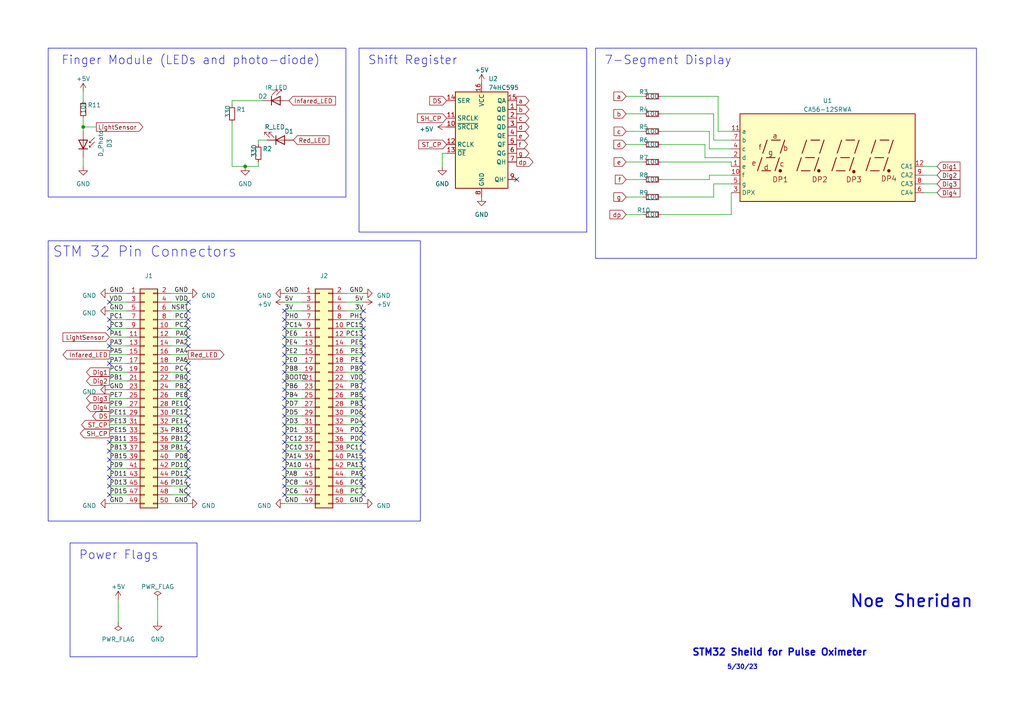
<source format=kicad_sch>
(kicad_sch (version 20230121) (generator eeschema)
  (paper "A4")
  (lib_symbols
    (symbol "74xx:74HC595"
      (property "Reference" "U" (at -7.62 13.97 0))
      (property "Value" "74HC595" (at -7.62 -16.51 0))
      (symbol "74HC595_1_0"
        (pin tri_state line (at 10.16 7.62 180) (length 2.54) (name "QB") (number "1"))
        (pin input line (at -10.16 2.54 0) (length 2.54) (name "~{SRCLR}") (number "10"))
        (pin input line (at -10.16 5.08 0) (length 2.54) (name "SRCLK") (number "11"))
        (pin input line (at -10.16 -2.54 0) (length 2.54) (name "RCLK") (number "12"))
        (pin input line (at -10.16 -5.08 0) (length 2.54) (name "~{OE}") (number "13"))
        (pin input line (at -10.16 10.16 0) (length 2.54) (name "SER") (number "14"))
        (pin tri_state line (at 10.16 10.16 180) (length 2.54) (name "QA") (number "15"))
        (pin power_in line (at 0 15.24 270) (length 2.54) (name "VCC") (number "16"))
        (pin tri_state line (at 10.16 5.08 180) (length 2.54) (name "QC") (number "2"))
        (pin tri_state line (at 10.16 2.54 180) (length 2.54) (name "QD") (number "3"))
        (pin tri_state line (at 10.16 0 180) (length 2.54) (name "QE") (number "4"))
        (pin tri_state line (at 10.16 -2.54 180) (length 2.54) (name "QF") (number "5"))
        (pin tri_state line (at 10.16 -5.08 180) (length 2.54) (name "QG") (number "6"))
        (pin tri_state line (at 10.16 -7.62 180) (length 2.54) (name "QH") (number "7"))
        (pin power_in line (at 0 -17.78 90) (length 2.54) (name "GND") (number "8"))
        (pin output line (at 10.16 -12.7 180) (length 2.54) (name "QH'") (number "9"))
      )
      (symbol "74HC595_1_1"
        (rectangle (start -7.62 12.7) (end 7.62 -15.24) (stroke (width 0.254)) (fill (type background)))
      )
    )
    (symbol "Connector_Generic:Conn_02x25_Odd_Even" (pin_names (offset 1.016) hide)
      (property "Reference" "J" (at 1.27 33.02 0))
      (property "Value" "Conn_02x25_Odd_Even" (at 1.27 -33.02 0))
      (symbol "Conn_02x25_Odd_Even_1_1"
        (rectangle (start -1.27 -30.353) (end 0 -30.607) (stroke (width 0.1524)))
        (rectangle (start -1.27 -27.813) (end 0 -28.067) (stroke (width 0.1524)))
        (rectangle (start -1.27 -25.273) (end 0 -25.527) (stroke (width 0.1524)))
        (rectangle (start -1.27 -22.733) (end 0 -22.987) (stroke (width 0.1524)))
        (rectangle (start -1.27 -20.193) (end 0 -20.447) (stroke (width 0.1524)))
        (rectangle (start -1.27 -17.653) (end 0 -17.907) (stroke (width 0.1524)))
        (rectangle (start -1.27 -15.113) (end 0 -15.367) (stroke (width 0.1524)))
        (rectangle (start -1.27 -12.573) (end 0 -12.827) (stroke (width 0.1524)))
        (rectangle (start -1.27 -10.033) (end 0 -10.287) (stroke (width 0.1524)))
        (rectangle (start -1.27 -7.493) (end 0 -7.747) (stroke (width 0.1524)))
        (rectangle (start -1.27 -4.953) (end 0 -5.207) (stroke (width 0.1524)))
        (rectangle (start -1.27 -2.413) (end 0 -2.667) (stroke (width 0.1524)))
        (rectangle (start -1.27 0.127) (end 0 -0.127) (stroke (width 0.1524)))
        (rectangle (start -1.27 2.667) (end 0 2.413) (stroke (width 0.1524)))
        (rectangle (start -1.27 5.207) (end 0 4.953) (stroke (width 0.1524)))
        (rectangle (start -1.27 7.747) (end 0 7.493) (stroke (width 0.1524)))
        (rectangle (start -1.27 10.287) (end 0 10.033) (stroke (width 0.1524)))
        (rectangle (start -1.27 12.827) (end 0 12.573) (stroke (width 0.1524)))
        (rectangle (start -1.27 15.367) (end 0 15.113) (stroke (width 0.1524)))
        (rectangle (start -1.27 17.907) (end 0 17.653) (stroke (width 0.1524)))
        (rectangle (start -1.27 20.447) (end 0 20.193) (stroke (width 0.1524)))
        (rectangle (start -1.27 22.987) (end 0 22.733) (stroke (width 0.1524)))
        (rectangle (start -1.27 25.527) (end 0 25.273) (stroke (width 0.1524)))
        (rectangle (start -1.27 28.067) (end 0 27.813) (stroke (width 0.1524)))
        (rectangle (start -1.27 30.607) (end 0 30.353) (stroke (width 0.1524)))
        (rectangle (start -1.27 31.75) (end 3.81 -31.75) (stroke (width 0.254)) (fill (type background)))
        (rectangle (start 3.81 -30.353) (end 2.54 -30.607) (stroke (width 0.1524)))
        (rectangle (start 3.81 -27.813) (end 2.54 -28.067) (stroke (width 0.1524)))
        (rectangle (start 3.81 -25.273) (end 2.54 -25.527) (stroke (width 0.1524)))
        (rectangle (start 3.81 -22.733) (end 2.54 -22.987) (stroke (width 0.1524)))
        (rectangle (start 3.81 -20.193) (end 2.54 -20.447) (stroke (width 0.1524)))
        (rectangle (start 3.81 -17.653) (end 2.54 -17.907) (stroke (width 0.1524)))
        (rectangle (start 3.81 -15.113) (end 2.54 -15.367) (stroke (width 0.1524)))
        (rectangle (start 3.81 -12.573) (end 2.54 -12.827) (stroke (width 0.1524)))
        (rectangle (start 3.81 -10.033) (end 2.54 -10.287) (stroke (width 0.1524)))
        (rectangle (start 3.81 -7.493) (end 2.54 -7.747) (stroke (width 0.1524)))
        (rectangle (start 3.81 -4.953) (end 2.54 -5.207) (stroke (width 0.1524)))
        (rectangle (start 3.81 -2.413) (end 2.54 -2.667) (stroke (width 0.1524)))
        (rectangle (start 3.81 0.127) (end 2.54 -0.127) (stroke (width 0.1524)))
        (rectangle (start 3.81 2.667) (end 2.54 2.413) (stroke (width 0.1524)))
        (rectangle (start 3.81 5.207) (end 2.54 4.953) (stroke (width 0.1524)))
        (rectangle (start 3.81 7.747) (end 2.54 7.493) (stroke (width 0.1524)))
        (rectangle (start 3.81 10.287) (end 2.54 10.033) (stroke (width 0.1524)))
        (rectangle (start 3.81 12.827) (end 2.54 12.573) (stroke (width 0.1524)))
        (rectangle (start 3.81 15.367) (end 2.54 15.113) (stroke (width 0.1524)))
        (rectangle (start 3.81 17.907) (end 2.54 17.653) (stroke (width 0.1524)))
        (rectangle (start 3.81 20.447) (end 2.54 20.193) (stroke (width 0.1524)))
        (rectangle (start 3.81 22.987) (end 2.54 22.733) (stroke (width 0.1524)))
        (rectangle (start 3.81 25.527) (end 2.54 25.273) (stroke (width 0.1524)))
        (rectangle (start 3.81 28.067) (end 2.54 27.813) (stroke (width 0.1524)))
        (rectangle (start 3.81 30.607) (end 2.54 30.353) (stroke (width 0.1524)))
        (pin passive line (at -5.08 30.48 0) (length 3.81) (name "Pin_1") (number "1"))
        (pin passive line (at 7.62 20.32 180) (length 3.81) (name "Pin_10") (number "10"))
        (pin passive line (at -5.08 17.78 0) (length 3.81) (name "Pin_11") (number "11"))
        (pin passive line (at 7.62 17.78 180) (length 3.81) (name "Pin_12") (number "12"))
        (pin passive line (at -5.08 15.24 0) (length 3.81) (name "Pin_13") (number "13"))
        (pin passive line (at 7.62 15.24 180) (length 3.81) (name "Pin_14") (number "14"))
        (pin passive line (at -5.08 12.7 0) (length 3.81) (name "Pin_15") (number "15"))
        (pin passive line (at 7.62 12.7 180) (length 3.81) (name "Pin_16") (number "16"))
        (pin passive line (at -5.08 10.16 0) (length 3.81) (name "Pin_17") (number "17"))
        (pin passive line (at 7.62 10.16 180) (length 3.81) (name "Pin_18") (number "18"))
        (pin passive line (at -5.08 7.62 0) (length 3.81) (name "Pin_19") (number "19"))
        (pin passive line (at 7.62 30.48 180) (length 3.81) (name "Pin_2") (number "2"))
        (pin passive line (at 7.62 7.62 180) (length 3.81) (name "Pin_20") (number "20"))
        (pin passive line (at -5.08 5.08 0) (length 3.81) (name "Pin_21") (number "21"))
        (pin passive line (at 7.62 5.08 180) (length 3.81) (name "Pin_22") (number "22"))
        (pin passive line (at -5.08 2.54 0) (length 3.81) (name "Pin_23") (number "23"))
        (pin passive line (at 7.62 2.54 180) (length 3.81) (name "Pin_24") (number "24"))
        (pin passive line (at -5.08 0 0) (length 3.81) (name "Pin_25") (number "25"))
        (pin passive line (at 7.62 0 180) (length 3.81) (name "Pin_26") (number "26"))
        (pin passive line (at -5.08 -2.54 0) (length 3.81) (name "Pin_27") (number "27"))
        (pin passive line (at 7.62 -2.54 180) (length 3.81) (name "Pin_28") (number "28"))
        (pin passive line (at -5.08 -5.08 0) (length 3.81) (name "Pin_29") (number "29"))
        (pin passive line (at -5.08 27.94 0) (length 3.81) (name "Pin_3") (number "3"))
        (pin passive line (at 7.62 -5.08 180) (length 3.81) (name "Pin_30") (number "30"))
        (pin passive line (at -5.08 -7.62 0) (length 3.81) (name "Pin_31") (number "31"))
        (pin passive line (at 7.62 -7.62 180) (length 3.81) (name "Pin_32") (number "32"))
        (pin passive line (at -5.08 -10.16 0) (length 3.81) (name "Pin_33") (number "33"))
        (pin passive line (at 7.62 -10.16 180) (length 3.81) (name "Pin_34") (number "34"))
        (pin passive line (at -5.08 -12.7 0) (length 3.81) (name "Pin_35") (number "35"))
        (pin passive line (at 7.62 -12.7 180) (length 3.81) (name "Pin_36") (number "36"))
        (pin passive line (at -5.08 -15.24 0) (length 3.81) (name "Pin_37") (number "37"))
        (pin passive line (at 7.62 -15.24 180) (length 3.81) (name "Pin_38") (number "38"))
        (pin passive line (at -5.08 -17.78 0) (length 3.81) (name "Pin_39") (number "39"))
        (pin passive line (at 7.62 27.94 180) (length 3.81) (name "Pin_4") (number "4"))
        (pin passive line (at 7.62 -17.78 180) (length 3.81) (name "Pin_40") (number "40"))
        (pin passive line (at -5.08 -20.32 0) (length 3.81) (name "Pin_41") (number "41"))
        (pin passive line (at 7.62 -20.32 180) (length 3.81) (name "Pin_42") (number "42"))
        (pin passive line (at -5.08 -22.86 0) (length 3.81) (name "Pin_43") (number "43"))
        (pin passive line (at 7.62 -22.86 180) (length 3.81) (name "Pin_44") (number "44"))
        (pin passive line (at -5.08 -25.4 0) (length 3.81) (name "Pin_45") (number "45"))
        (pin passive line (at 7.62 -25.4 180) (length 3.81) (name "Pin_46") (number "46"))
        (pin passive line (at -5.08 -27.94 0) (length 3.81) (name "Pin_47") (number "47"))
        (pin passive line (at 7.62 -27.94 180) (length 3.81) (name "Pin_48") (number "48"))
        (pin passive line (at -5.08 -30.48 0) (length 3.81) (name "Pin_49") (number "49"))
        (pin passive line (at -5.08 25.4 0) (length 3.81) (name "Pin_5") (number "5"))
        (pin passive line (at 7.62 -30.48 180) (length 3.81) (name "Pin_50") (number "50"))
        (pin passive line (at 7.62 25.4 180) (length 3.81) (name "Pin_6") (number "6"))
        (pin passive line (at -5.08 22.86 0) (length 3.81) (name "Pin_7") (number "7"))
        (pin passive line (at 7.62 22.86 180) (length 3.81) (name "Pin_8") (number "8"))
        (pin passive line (at -5.08 20.32 0) (length 3.81) (name "Pin_9") (number "9"))
      )
    )
    (symbol "Device:D_Photo" (pin_numbers hide) (pin_names hide)
      (property "Reference" "D" (at 0.508 1.778 0))
      (property "Value" "D_Photo" (at -1.016 -2.794 0))
      (symbol "D_Photo_0_1"
        (polyline (pts (xy -2.54 1.27) (xy -2.54 -1.27)) (stroke (width 0.254)))
        (polyline (pts (xy -2.032 1.778) (xy -1.524 1.778)))
        (polyline (pts (xy 0 0) (xy -2.54 0)))
        (polyline (pts (xy -0.508 3.302) (xy -2.032 1.778) (xy -2.032 2.286)))
        (polyline (pts (xy 0 -1.27) (xy 0 1.27) (xy -2.54 0) (xy 0 -1.27)) (stroke (width 0.254)))
        (polyline (pts (xy 0.762 3.302) (xy -0.762 1.778) (xy -0.762 2.286) (xy -0.762 1.778) (xy -0.254 1.778)))
      )
      (symbol "D_Photo_1_1"
        (pin passive line (at -5.08 0 0) (length 2.54) (name "K") (number "1"))
        (pin passive line (at 2.54 0 180) (length 2.54) (name "A") (number "2"))
      )
    )
    (symbol "Device:LED" (pin_numbers hide) (pin_names (offset 1.016) hide)
      (property "Reference" "D" (at 0 2.54 0))
      (property "Value" "LED" (at 0 -2.54 0))
      (symbol "LED_0_1"
        (polyline (pts (xy -1.27 -1.27) (xy -1.27 1.27)) (stroke (width 0.254)))
        (polyline (pts (xy -1.27 0) (xy 1.27 0)))
        (polyline (pts (xy 1.27 -1.27) (xy 1.27 1.27) (xy -1.27 0) (xy 1.27 -1.27)) (stroke (width 0.254)))
        (polyline (pts (xy -3.048 -0.762) (xy -4.572 -2.286) (xy -3.81 -2.286) (xy -4.572 -2.286) (xy -4.572 -1.524)))
        (polyline (pts (xy -1.778 -0.762) (xy -3.302 -2.286) (xy -2.54 -2.286) (xy -3.302 -2.286) (xy -3.302 -1.524)))
      )
      (symbol "LED_1_1"
        (pin passive line (at -3.81 0 0) (length 2.54) (name "K") (number "1"))
        (pin passive line (at 3.81 0 180) (length 2.54) (name "A") (number "2"))
      )
    )
    (symbol "Device:R_Small" (pin_numbers hide) (pin_names (offset 0.254) hide)
      (property "Reference" "R" (at 0.762 0.508 0))
      (property "Value" "R_Small" (at 0.762 -1.016 0))
      (symbol "R_Small_0_1"
        (rectangle (start -0.762 1.778) (end 0.762 -1.778) (stroke (width 0.2032)))
      )
      (symbol "R_Small_1_1"
        (pin passive line (at 0 2.54 270) (length 0.762) (name "~") (number "1"))
        (pin passive line (at 0 -2.54 90) (length 0.762) (name "~") (number "2"))
      )
    )
    (symbol "Display_Character:CA56-12SRWA"
      (property "Reference" "U" (at -24.13 13.97 0))
      (property "Value" "CA56-12SRWA" (at 17.78 13.97 0))
      (symbol "CA56-12SRWA_0_0"
        (rectangle (start -25.4 12.7) (end 25.4 -12.7) (stroke (width 0.254)) (fill (type background)))
        (polyline (pts (xy -20.32 -3.81) (xy -19.05 0)) (stroke (width 0.254)))
        (polyline (pts (xy -19.05 -3.81) (xy -16.51 -3.81)) (stroke (width 0.254)))
        (polyline (pts (xy -18.796 1.27) (xy -17.526 5.08)) (stroke (width 0.254)))
        (polyline (pts (xy -17.78 0) (xy -15.24 0)) (stroke (width 0.254)))
        (polyline (pts (xy -16.256 5.08) (xy -13.716 5.08)) (stroke (width 0.254)))
        (polyline (pts (xy -15.24 -3.81) (xy -13.97 0)) (stroke (width 0.254)))
        (polyline (pts (xy -13.716 1.27) (xy -12.446 5.08)) (stroke (width 0.254)))
        (polyline (pts (xy -8.89 -3.81) (xy -7.62 0)) (stroke (width 0.254)))
        (polyline (pts (xy -7.62 -3.81) (xy -5.08 -3.81)) (stroke (width 0.254)))
        (polyline (pts (xy -7.366 1.27) (xy -6.096 5.08)) (stroke (width 0.254)))
        (polyline (pts (xy -6.35 0) (xy -3.81 0)) (stroke (width 0.254)))
        (polyline (pts (xy -4.826 5.08) (xy -2.286 5.08)) (stroke (width 0.254)))
        (polyline (pts (xy -3.81 -3.81) (xy -2.54 0)) (stroke (width 0.254)))
        (polyline (pts (xy -2.286 1.27) (xy -1.016 5.08)) (stroke (width 0.254)))
        (polyline (pts (xy 1.27 -3.81) (xy 2.54 0)) (stroke (width 0.254)))
        (polyline (pts (xy 2.54 -3.81) (xy 5.08 -3.81)) (stroke (width 0.254)))
        (polyline (pts (xy 2.794 1.27) (xy 4.064 5.08)) (stroke (width 0.254)))
        (polyline (pts (xy 3.81 0) (xy 6.35 0)) (stroke (width 0.254)))
        (polyline (pts (xy 5.334 5.08) (xy 7.874 5.08)) (stroke (width 0.254)))
        (polyline (pts (xy 6.35 -3.81) (xy 7.62 0)) (stroke (width 0.254)))
        (polyline (pts (xy 7.874 1.27) (xy 9.144 5.08)) (stroke (width 0.254)))
        (polyline (pts (xy 11.176 -3.81) (xy 12.446 0)) (stroke (width 0.254)))
        (polyline (pts (xy 12.446 -3.81) (xy 14.986 -3.81)) (stroke (width 0.254)))
        (polyline (pts (xy 12.7 1.27) (xy 13.97 5.08)) (stroke (width 0.254)))
        (polyline (pts (xy 13.716 0) (xy 16.256 0)) (stroke (width 0.254)))
        (polyline (pts (xy 15.24 5.08) (xy 17.78 5.08)) (stroke (width 0.254)))
        (polyline (pts (xy 16.256 -3.81) (xy 17.526 0)) (stroke (width 0.254)))
        (polyline (pts (xy 17.78 1.27) (xy 19.05 5.08)) (stroke (width 0.254)))
        (text "a" (at -15.24 6.35 0) (effects (font (size 1.524 1.524))))
        (text "b" (at -12.192 2.794 0) (effects (font (size 1.524 1.524))))
        (text "c" (at -13.208 -1.778 0) (effects (font (size 1.524 1.524))))
        (text "d" (at -17.78 -2.794 0) (effects (font (size 1.524 1.524))))
        (text "DP1" (at -13.716 -6.35 0) (effects (font (size 1.524 1.524))))
        (text "DP2" (at -2.286 -6.35 0) (effects (font (size 1.524 1.524))))
        (text "DP3" (at 7.62 -6.35 0) (effects (font (size 1.524 1.524))))
        (text "DP4" (at 17.78 -6.096 0) (effects (font (size 1.524 1.524))))
        (text "e" (at -21.336 -1.524 0) (effects (font (size 1.524 1.524))))
        (text "f" (at -19.558 3.048 0) (effects (font (size 1.524 1.524))))
        (text "g" (at -16.51 1.524 0) (effects (font (size 1.524 1.524))))
      )
      (symbol "CA56-12SRWA_0_1"
        (circle (center -13.716 -3.81) (radius 0.3556) (stroke (width 0.254)) (fill (type outline)))
        (circle (center -2.54 -3.81) (radius 0.3556) (stroke (width 0.254)) (fill (type outline)))
      )
      (symbol "CA56-12SRWA_1_0"
        (circle (center 7.62 -4.064) (radius 0.3556) (stroke (width 0.254)) (fill (type outline)))
        (circle (center 17.78 -3.81) (radius 0.3556) (stroke (width 0.254)) (fill (type outline)))
      )
      (symbol "CA56-12SRWA_1_1"
        (pin input line (at -27.94 -2.54 0) (length 2.54) (name "e") (number "1"))
        (pin input line (at -27.94 -5.08 0) (length 2.54) (name "f") (number "10"))
        (pin input line (at -27.94 7.62 0) (length 2.54) (name "a") (number "11"))
        (pin input line (at 27.94 -2.54 180) (length 2.54) (name "CA1") (number "12"))
        (pin input line (at -27.94 0 0) (length 2.54) (name "d") (number "2"))
        (pin input line (at -27.94 -10.16 0) (length 2.54) (name "DPX") (number "3"))
        (pin input line (at -27.94 2.54 0) (length 2.54) (name "c") (number "4"))
        (pin input line (at -27.94 -7.62 0) (length 2.54) (name "g") (number "5"))
        (pin input line (at 27.94 -10.16 180) (length 2.54) (name "CA4") (number "6"))
        (pin input line (at -27.94 5.08 0) (length 2.54) (name "b") (number "7"))
        (pin input line (at 27.94 -7.62 180) (length 2.54) (name "CA3") (number "8"))
        (pin input line (at 27.94 -5.08 180) (length 2.54) (name "CA2") (number "9"))
      )
    )
    (symbol "LED:IR204A" (pin_numbers hide) (pin_names (offset 1.016) hide)
      (property "Reference" "D" (at 0.508 1.778 0))
      (property "Value" "IR204A" (at -1.016 -2.794 0))
      (symbol "IR204A_0_1"
        (polyline (pts (xy -2.54 1.27) (xy -2.54 -1.27)) (stroke (width 0.254)))
        (polyline (pts (xy 0 0) (xy -2.54 0)))
        (polyline (pts (xy 0.381 3.175) (xy -0.127 3.175)))
        (polyline (pts (xy -1.143 1.651) (xy 0.381 3.175) (xy 0.381 2.667)))
        (polyline (pts (xy 0 1.27) (xy -2.54 0) (xy 0 -1.27) (xy 0 1.27)) (stroke (width 0.254)))
        (polyline (pts (xy -2.413 1.651) (xy -0.889 3.175) (xy -0.889 2.667) (xy -0.889 3.175) (xy -1.397 3.175)))
      )
      (symbol "IR204A_1_1"
        (pin passive line (at -5.08 0 0) (length 2.54) (name "K") (number "1"))
        (pin passive line (at 2.54 0 180) (length 2.54) (name "A") (number "2"))
      )
    )
    (symbol "power:+5V" (power) (pin_names (offset 0))
      (property "Value" "+5V" (at 0 3.556 0))
      (symbol "+5V_0_1"
        (polyline (pts (xy -0.762 1.27) (xy 0 2.54)))
        (polyline (pts (xy 0 0) (xy 0 2.54)))
        (polyline (pts (xy 0 2.54) (xy 0.762 1.27)))
      )
      (symbol "+5V_1_1"
        (pin power_in line (at 0 0 90) (length 0) hide (name "+5V") (number "1"))
      )
    )
    (symbol "power:GND" (power) (pin_names (offset 0))
      (property "Value" "GND" (at 0 -3.81 0))
      (symbol "GND_0_1"
        (polyline (pts (xy 0 0) (xy 0 -1.27) (xy 1.27 -1.27) (xy 0 -2.54) (xy -1.27 -1.27) (xy 0 -1.27)))
      )
      (symbol "GND_1_1"
        (pin power_in line (at 0 0 270) (length 0) hide (name "GND") (number "1"))
      )
    )
    (symbol "power:PWR_FLAG" (power) (pin_numbers hide) (pin_names (offset 0) hide)
      (property "Value" "PWR_FLAG" (at 0 3.81 0))
      (symbol "PWR_FLAG_0_0"
        (pin power_out line (at 0 0 90) (length 0) (name "pwr") (number "1"))
      )
      (symbol "PWR_FLAG_0_1"
        (polyline (pts (xy 0 0) (xy 0 1.27) (xy -1.016 1.905) (xy 0 2.54) (xy 1.016 1.905) (xy 0 1.27)))
      )
    )
  )
  (junction (at 24.13 36.83))
  (junction (at 71.12 48.26))
  (no_connect (at 105.41 140.97))
  (no_connect (at 54.61 90.17))
  (no_connect (at 105.41 123.19))
  (no_connect (at 31.75 87.63))
  (no_connect (at 105.41 95.25))
  (no_connect (at 54.61 143.51))
  (no_connect (at 82.55 102.87))
  (no_connect (at 105.41 115.57))
  (no_connect (at 54.61 113.03))
  (no_connect (at 31.75 133.35))
  (no_connect (at 31.75 130.81))
  (no_connect (at 54.61 92.71))
  (no_connect (at 105.41 138.43))
  (no_connect (at 54.61 115.57))
  (no_connect (at 82.55 120.65))
  (no_connect (at 82.55 105.41))
  (no_connect (at 31.75 138.43))
  (no_connect (at 31.75 92.71))
  (no_connect (at 82.55 128.27))
  (no_connect (at 105.41 128.27))
  (no_connect (at 54.61 138.43))
  (no_connect (at 105.41 135.89))
  (no_connect (at 54.61 130.81))
  (no_connect (at 105.41 113.03))
  (no_connect (at 105.41 97.79))
  (no_connect (at 82.55 90.17))
  (no_connect (at 31.75 95.25))
  (no_connect (at 31.75 140.97))
  (no_connect (at 105.41 143.51))
  (no_connect (at 31.75 100.33))
  (no_connect (at 31.75 128.27))
  (no_connect (at 105.41 125.73))
  (no_connect (at 82.55 107.95))
  (no_connect (at 31.75 143.51))
  (no_connect (at 54.61 140.97))
  (no_connect (at 105.41 130.81))
  (no_connect (at 105.41 133.35))
  (no_connect (at 105.41 92.71))
  (no_connect (at 54.61 105.41))
  (no_connect (at 82.55 92.71))
  (no_connect (at 105.41 102.87))
  (no_connect (at 105.41 120.65))
  (no_connect (at 54.61 87.63))
  (no_connect (at 82.55 123.19))
  (no_connect (at 54.61 128.27))
  (no_connect (at 54.61 97.79))
  (no_connect (at 105.41 107.95))
  (no_connect (at 82.55 140.97))
  (no_connect (at 54.61 100.33))
  (no_connect (at 54.61 107.95))
  (no_connect (at 31.75 135.89))
  (no_connect (at 82.55 138.43))
  (no_connect (at 82.55 118.11))
  (no_connect (at 105.41 90.17))
  (no_connect (at 54.61 120.65))
  (no_connect (at 82.55 135.89))
  (no_connect (at 82.55 100.33))
  (no_connect (at 54.61 110.49))
  (no_connect (at 31.75 105.41))
  (no_connect (at 82.55 97.79))
  (no_connect (at 54.61 118.11))
  (no_connect (at 82.55 133.35))
  (no_connect (at 82.55 143.51))
  (no_connect (at 105.41 105.41))
  (no_connect (at 54.61 133.35))
  (no_connect (at 54.61 135.89))
  (no_connect (at 54.61 125.73))
  (no_connect (at 54.61 123.19))
  (no_connect (at 105.41 118.11))
  (no_connect (at 82.55 113.03))
  (no_connect (at 105.41 110.49))
  (no_connect (at 54.61 95.25))
  (no_connect (at 82.55 125.73))
  (no_connect (at 82.55 95.25))
  (no_connect (at 82.55 130.81))
  (no_connect (at 82.55 110.49))
  (no_connect (at 82.55 115.57))
  (no_connect (at 149.86 52.07))
  (no_connect (at 105.41 100.33))
  (wire (pts (xy 31.75 146.05) (xy 36.83 146.05)))
  (wire (pts (xy 191.77 62.23) (xy 212.09 62.23)))
  (wire (pts (xy 191.77 41.91) (xy 204.47 41.91)))
  (wire (pts (xy 49.53 95.25) (xy 54.61 95.25)))
  (wire (pts (xy 49.53 115.57) (xy 54.61 115.57)))
  (wire (pts (xy 100.33 125.73) (xy 105.41 125.73)))
  (wire (pts (xy 267.97 48.26) (xy 271.78 48.26)))
  (wire (pts (xy 31.75 90.17) (xy 36.83 90.17)))
  (wire (pts (xy 67.31 48.26) (xy 71.12 48.26)))
  (wire (pts (xy 24.13 36.83) (xy 27.94 36.83)))
  (wire (pts (xy 82.55 113.03) (xy 87.63 113.03)))
  (wire (pts (xy 82.55 140.97) (xy 87.63 140.97)))
  (wire (pts (xy 207.01 57.15) (xy 207.01 53.34)))
  (wire (pts (xy 100.33 143.51) (xy 105.41 143.51)))
  (wire (pts (xy 31.75 143.51) (xy 36.83 143.51)))
  (wire (pts (xy 31.75 128.27) (xy 36.83 128.27)))
  (wire (pts (xy 45.72 180.34) (xy 45.72 173.99)))
  (wire (pts (xy 181.61 46.99) (xy 186.69 46.99)))
  (wire (pts (xy 100.33 92.71) (xy 105.41 92.71)))
  (wire (pts (xy 191.77 57.15) (xy 207.01 57.15)))
  (wire (pts (xy 100.33 146.05) (xy 105.41 146.05)))
  (wire (pts (xy 267.97 53.34) (xy 271.78 53.34)))
  (wire (pts (xy 205.74 43.18) (xy 212.09 43.18)))
  (wire (pts (xy 191.77 38.1) (xy 205.74 38.1)))
  (wire (pts (xy 100.33 138.43) (xy 105.41 138.43)))
  (wire (pts (xy 212.09 46.99) (xy 212.09 48.26)))
  (wire (pts (xy 49.53 97.79) (xy 54.61 97.79)))
  (wire (pts (xy 181.61 38.1) (xy 186.69 38.1)))
  (wire (pts (xy 82.55 90.17) (xy 87.63 90.17)))
  (wire (pts (xy 82.55 146.05) (xy 87.63 146.05)))
  (wire (pts (xy 82.55 123.19) (xy 87.63 123.19)))
  (wire (pts (xy 205.74 50.8) (xy 212.09 50.8)))
  (wire (pts (xy 100.33 110.49) (xy 105.41 110.49)))
  (wire (pts (xy 82.55 85.09) (xy 87.63 85.09)))
  (wire (pts (xy 49.53 123.19) (xy 54.61 123.19)))
  (wire (pts (xy 82.55 138.43) (xy 87.63 138.43)))
  (wire (pts (xy 31.75 130.81) (xy 36.83 130.81)))
  (wire (pts (xy 82.55 120.65) (xy 87.63 120.65)))
  (wire (pts (xy 67.31 29.21) (xy 76.2 29.21)))
  (wire (pts (xy 82.55 97.79) (xy 87.63 97.79)))
  (wire (pts (xy 67.31 30.48) (xy 67.31 29.21)))
  (wire (pts (xy 49.53 90.17) (xy 54.61 90.17)))
  (wire (pts (xy 100.33 113.03) (xy 105.41 113.03)))
  (wire (pts (xy 100.33 87.63) (xy 105.41 87.63)))
  (wire (pts (xy 24.13 45.72) (xy 24.13 48.26)))
  (wire (pts (xy 207.01 53.34) (xy 212.09 53.34)))
  (wire (pts (xy 74.93 40.64) (xy 74.93 41.91)))
  (wire (pts (xy 128.27 44.45) (xy 128.27 48.26)))
  (wire (pts (xy 31.75 100.33) (xy 36.83 100.33)))
  (wire (pts (xy 31.75 95.25) (xy 36.83 95.25)))
  (wire (pts (xy 31.75 118.11) (xy 36.83 118.11)))
  (wire (pts (xy 82.55 92.71) (xy 87.63 92.71)))
  (wire (pts (xy 49.53 143.51) (xy 54.61 143.51)))
  (wire (pts (xy 49.53 102.87) (xy 54.61 102.87)))
  (wire (pts (xy 191.77 46.99) (xy 212.09 46.99)))
  (wire (pts (xy 34.29 173.99) (xy 34.29 180.34)))
  (wire (pts (xy 31.75 120.65) (xy 36.83 120.65)))
  (wire (pts (xy 100.33 107.95) (xy 105.41 107.95)))
  (wire (pts (xy 181.61 52.07) (xy 186.69 52.07)))
  (wire (pts (xy 31.75 138.43) (xy 36.83 138.43)))
  (wire (pts (xy 207.01 33.02) (xy 207.01 40.64)))
  (wire (pts (xy 49.53 105.41) (xy 54.61 105.41)))
  (wire (pts (xy 191.77 33.02) (xy 207.01 33.02)))
  (wire (pts (xy 31.75 105.41) (xy 36.83 105.41)))
  (wire (pts (xy 67.31 35.56) (xy 67.31 48.26)))
  (wire (pts (xy 267.97 55.88) (xy 271.78 55.88)))
  (wire (pts (xy 100.33 95.25) (xy 105.41 95.25)))
  (wire (pts (xy 208.28 38.1) (xy 212.09 38.1)))
  (wire (pts (xy 49.53 113.03) (xy 54.61 113.03)))
  (wire (pts (xy 49.53 120.65) (xy 54.61 120.65)))
  (wire (pts (xy 100.33 128.27) (xy 105.41 128.27)))
  (wire (pts (xy 82.55 105.41) (xy 87.63 105.41)))
  (wire (pts (xy 100.33 123.19) (xy 105.41 123.19)))
  (wire (pts (xy 181.61 41.91) (xy 186.69 41.91)))
  (wire (pts (xy 181.61 27.94) (xy 186.69 27.94)))
  (wire (pts (xy 31.75 102.87) (xy 36.83 102.87)))
  (wire (pts (xy 100.33 97.79) (xy 105.41 97.79)))
  (wire (pts (xy 49.53 100.33) (xy 54.61 100.33)))
  (wire (pts (xy 49.53 85.09) (xy 54.61 85.09)))
  (wire (pts (xy 82.55 143.51) (xy 87.63 143.51)))
  (wire (pts (xy 49.53 133.35) (xy 54.61 133.35)))
  (wire (pts (xy 82.55 128.27) (xy 87.63 128.27)))
  (wire (pts (xy 82.55 125.73) (xy 87.63 125.73)))
  (wire (pts (xy 74.93 46.99) (xy 74.93 48.26)))
  (wire (pts (xy 100.33 102.87) (xy 105.41 102.87)))
  (wire (pts (xy 100.33 105.41) (xy 105.41 105.41)))
  (wire (pts (xy 49.53 130.81) (xy 54.61 130.81)))
  (wire (pts (xy 31.75 87.63) (xy 36.83 87.63)))
  (wire (pts (xy 31.75 107.95) (xy 36.83 107.95)))
  (wire (pts (xy 204.47 45.72) (xy 212.09 45.72)))
  (wire (pts (xy 49.53 110.49) (xy 54.61 110.49)))
  (wire (pts (xy 100.33 118.11) (xy 105.41 118.11)))
  (wire (pts (xy 24.13 34.29) (xy 24.13 36.83)))
  (wire (pts (xy 31.75 85.09) (xy 36.83 85.09)))
  (wire (pts (xy 82.55 107.95) (xy 87.63 107.95)))
  (wire (pts (xy 49.53 146.05) (xy 54.61 146.05)))
  (wire (pts (xy 207.01 40.64) (xy 212.09 40.64)))
  (wire (pts (xy 49.53 140.97) (xy 54.61 140.97)))
  (wire (pts (xy 208.28 27.94) (xy 208.28 38.1)))
  (wire (pts (xy 204.47 41.91) (xy 204.47 45.72)))
  (wire (pts (xy 82.55 130.81) (xy 87.63 130.81)))
  (wire (pts (xy 82.55 87.63) (xy 87.63 87.63)))
  (wire (pts (xy 212.09 62.23) (xy 212.09 55.88)))
  (wire (pts (xy 205.74 52.07) (xy 205.74 50.8)))
  (wire (pts (xy 100.33 135.89) (xy 105.41 135.89)))
  (wire (pts (xy 82.55 118.11) (xy 87.63 118.11)))
  (wire (pts (xy 100.33 133.35) (xy 105.41 133.35)))
  (wire (pts (xy 100.33 90.17) (xy 105.41 90.17)))
  (wire (pts (xy 100.33 130.81) (xy 105.41 130.81)))
  (wire (pts (xy 31.75 140.97) (xy 36.83 140.97)))
  (wire (pts (xy 77.47 40.64) (xy 74.93 40.64)))
  (wire (pts (xy 267.97 50.8) (xy 271.78 50.8)))
  (wire (pts (xy 100.33 115.57) (xy 105.41 115.57)))
  (wire (pts (xy 82.55 133.35) (xy 87.63 133.35)))
  (wire (pts (xy 49.53 92.71) (xy 54.61 92.71)))
  (wire (pts (xy 100.33 85.09) (xy 105.41 85.09)))
  (wire (pts (xy 191.77 52.07) (xy 205.74 52.07)))
  (wire (pts (xy 181.61 33.02) (xy 186.69 33.02)))
  (wire (pts (xy 31.75 125.73) (xy 36.83 125.73)))
  (wire (pts (xy 49.53 118.11) (xy 54.61 118.11)))
  (wire (pts (xy 49.53 128.27) (xy 54.61 128.27)))
  (wire (pts (xy 205.74 38.1) (xy 205.74 43.18)))
  (wire (pts (xy 49.53 135.89) (xy 54.61 135.89)))
  (wire (pts (xy 49.53 107.95) (xy 54.61 107.95)))
  (wire (pts (xy 191.77 27.94) (xy 208.28 27.94)))
  (wire (pts (xy 100.33 140.97) (xy 105.41 140.97)))
  (wire (pts (xy 82.55 135.89) (xy 87.63 135.89)))
  (wire (pts (xy 49.53 138.43) (xy 54.61 138.43)))
  (wire (pts (xy 31.75 97.79) (xy 36.83 97.79)))
  (wire (pts (xy 31.75 110.49) (xy 36.83 110.49)))
  (wire (pts (xy 100.33 120.65) (xy 105.41 120.65)))
  (wire (pts (xy 82.55 95.25) (xy 87.63 95.25)))
  (wire (pts (xy 31.75 135.89) (xy 36.83 135.89)))
  (wire (pts (xy 31.75 133.35) (xy 36.83 133.35)))
  (wire (pts (xy 100.33 100.33) (xy 105.41 100.33)))
  (wire (pts (xy 129.54 44.45) (xy 128.27 44.45)))
  (wire (pts (xy 181.61 57.15) (xy 186.69 57.15)))
  (wire (pts (xy 31.75 123.19) (xy 36.83 123.19)))
  (wire (pts (xy 82.55 110.49) (xy 87.63 110.49)))
  (wire (pts (xy 31.75 113.03) (xy 36.83 113.03)))
  (wire (pts (xy 49.53 125.73) (xy 54.61 125.73)))
  (wire (pts (xy 24.13 26.67) (xy 24.13 29.21)))
  (wire (pts (xy 31.75 92.71) (xy 36.83 92.71)))
  (wire (pts (xy 181.61 62.23) (xy 186.69 62.23)))
  (wire (pts (xy 82.55 115.57) (xy 87.63 115.57)))
  (wire (pts (xy 74.93 48.26) (xy 71.12 48.26)))
  (wire (pts (xy 82.55 102.87) (xy 87.63 102.87)))
  (wire (pts (xy 31.75 115.57) (xy 36.83 115.57)))
  (wire (pts (xy 82.55 100.33) (xy 87.63 100.33)))
  (wire (pts (xy 49.53 87.63) (xy 54.61 87.63)))
  (wire (pts (xy 24.13 36.83) (xy 24.13 38.1)))
  (rectangle (start 13.97 13.97) (end 100.33 57.15))
  (rectangle (start 20.32 157.48) (end 57.15 190.5))
  (rectangle (start 172.72 13.97) (end 283.21 74.93))
  (rectangle (start 104.14 13.97) (end 170.18 67.31))
  (rectangle (start 13.97 69.85) (end 121.92 151.13))
  (text "5/30/23" (at 210.82 194.31 0) (effects (font (size 1.27 1.27) (thickness 0.254) bold) (justify left bottom)))
  (text "STM 32 Pin Connectors" (at 15.24 74.93 0) (effects (font (size 3 3)) (justify left bottom)))
  (text "Finger Module (LEDs and photo-diode)" (at 17.78 19.05 0) (effects (font (size 2.5 2.5)) (justify left bottom)))
  (text "Noe Sheridan" (at 246.38 176.53 0) (effects (font (size 3.5 3.5) (thickness 0.5) bold) (justify left bottom)))
  (text "7-Segment Display" (at 175.26 19.05 0) (effects (font (size 2.5 2.5)) (justify left bottom)))
  (text "Power Flags" (at 22.86 162.56 0) (effects (font (size 2.5 2.5)) (justify left bottom)))
  (text "STM32 Sheild for Pulse Oximeter" (at 200.66 190.5 0) (effects (font (size 2 2) (thickness 0.4) bold) (justify left bottom)))
  (text "Shift Register" (at 106.68 19.05 0) (effects (font (size 2.5 2.5)) (justify left bottom)))
  (label "PC9" (at 105.41 140.97 180))
  (label "PE8" (at 54.61 115.57 180))
  (label "PC1" (at 31.75 92.71 0))
  (label "PD13" (at 31.75 140.97 0))
  (label "PE11" (at 31.75 120.65 0))
  (label "PD8" (at 54.61 133.35 180))
  (label "5V" (at 82.55 87.63 0))
  (label "PC3" (at 31.75 95.25 0))
  (label "PE10" (at 54.61 118.11 180))
  (label "PC5" (at 31.75 107.95 0))
  (label "PC15" (at 105.41 95.25 180))
  (label "PE7" (at 31.75 115.57 0))
  (label "PB11" (at 31.75 128.27 0))
  (label "PE6" (at 82.55 97.79 0))
  (label "PE3" (at 105.41 102.87 180))
  (label "PD12" (at 54.61 138.43 180))
  (label "PE1" (at 105.41 105.41 180))
  (label "GND" (at 31.75 90.17 0))
  (label "PD15" (at 31.75 143.51 0))
  (label "PB13" (at 31.75 130.81 0))
  (label "PC13" (at 105.41 97.79 180))
  (label "PE5" (at 105.41 100.33 180))
  (label "PC12" (at 82.55 128.27 0))
  (label "PC7" (at 105.41 143.51 180))
  (label "PC2" (at 54.61 95.25 180))
  (label "PD7" (at 82.55 118.11 0))
  (label "PB8" (at 82.55 107.95 0))
  (label "PA7" (at 31.75 105.41 0))
  (label "VDD" (at 54.61 87.63 180))
  (label "PD0" (at 105.41 128.27 180))
  (label "PC0" (at 54.61 92.71 180))
  (label "PD9" (at 31.75 135.89 0))
  (label "GND" (at 54.61 85.09 180))
  (label "PA8" (at 82.55 138.43 0))
  (label "PD10" (at 54.61 135.89 180))
  (label "PA13" (at 105.41 135.89 180))
  (label "PB1" (at 31.75 110.49 0))
  (label "PA0" (at 54.61 97.79 180))
  (label "GND" (at 54.61 146.05 180))
  (label "GND" (at 82.55 85.09 0))
  (label "3V" (at 82.55 90.17 0))
  (label "PD6" (at 105.41 120.65 180))
  (label "PE14" (at 54.61 123.19 180))
  (label "PA6" (at 54.61 105.41 180))
  (label "PC14" (at 82.55 95.25 0))
  (label "VDD" (at 31.75 87.63 0))
  (label "PA5" (at 31.75 102.87 0))
  (label "PE4" (at 82.55 100.33 0))
  (label "GND" (at 105.41 85.09 180))
  (label "GND" (at 82.55 146.05 0))
  (label "PC10" (at 82.55 130.81 0))
  (label "PA9" (at 105.41 138.43 180))
  (label "PE12" (at 54.61 120.65 180))
  (label "PB14" (at 54.61 130.81 180))
  (label "PB5" (at 105.41 115.57 180))
  (label "PD4" (at 105.41 123.19 180))
  (label "PB10" (at 54.61 125.73 180))
  (label "PC4" (at 54.61 107.95 180))
  (label "GND" (at 31.75 146.05 0))
  (label "3V" (at 105.41 90.17 180))
  (label "PD5" (at 82.55 120.65 0))
  (label "PB7" (at 105.41 113.03 180))
  (label "PE15" (at 31.75 125.73 0))
  (label "PB15" (at 31.75 133.35 0))
  (label "PB3" (at 105.41 118.11 180))
  (label "PA2" (at 54.61 100.33 180))
  (label "PA14" (at 82.55 133.35 0))
  (label "PE13" (at 31.75 123.19 0))
  (label "PB0" (at 54.61 110.49 180))
  (label "PD3" (at 82.55 123.19 0))
  (label "PD1" (at 82.55 125.73 0))
  (label "PA10" (at 82.55 135.89 0))
  (label "VDD" (at 105.41 110.49 180))
  (label "PB4" (at 82.55 115.57 0))
  (label "PB6" (at 82.55 113.03 0))
  (label "NSRT" (at 54.61 90.17 180))
  (label "PE2" (at 82.55 102.87 0))
  (label "GND" (at 31.75 113.03 0))
  (label "PB2" (at 54.61 113.03 180))
  (label "PA4" (at 54.61 102.87 180))
  (label "BOOT0" (at 82.55 110.49 0))
  (label "PA15" (at 105.41 133.35 180))
  (label "PA3" (at 31.75 100.33 0))
  (label "NC" (at 54.61 143.51 180))
  (label "GND" (at 105.41 146.05 180))
  (label "PE9" (at 31.75 118.11 0))
  (label "PA1" (at 31.75 97.79 0))
  (label "PD11" (at 31.75 138.43 0))
  (label "GND" (at 31.75 85.09 0))
  (label "PD2" (at 105.41 125.73 180))
  (label "PH1" (at 105.41 92.71 180))
  (label "PB12" (at 54.61 128.27 180))
  (label "PC8" (at 82.55 140.97 0))
  (label "PE0" (at 82.55 105.41 0))
  (label "PB9" (at 105.41 107.95 180))
  (label "PH0" (at 82.55 92.71 0))
  (label "PD14" (at 54.61 140.97 180))
  (label "PC11" (at 105.41 130.81 180))
  (label "PC6" (at 82.55 143.51 0))
  (label "5V" (at 105.41 87.63 180))
  (global_label "Dig1" (shape output) (at 31.75 107.95 180) (property "Intersheetrefs" "${INTERSHEET_REFS}" (effects hide)))
  (global_label "a" (shape output) (at 149.86 29.21 0) (property "Intersheetrefs" "${INTERSHEET_REFS}" (effects hide)))
  (global_label "b" (shape input) (at 181.61 33.02 180) (property "Intersheetrefs" "${INTERSHEET_REFS}" (effects hide)))
  (global_label "SH_CP" (shape input) (at 129.54 34.29 180) (property "Intersheetrefs" "${INTERSHEET_REFS}" (effects hide)))
  (global_label "DS" (shape output) (at 31.75 120.65 180) (property "Intersheetrefs" "${INTERSHEET_REFS}" (effects hide)))
  (global_label "ST_CP" (shape input) (at 129.54 41.91 180) (property "Intersheetrefs" "${INTERSHEET_REFS}" (effects hide)))
  (global_label "c" (shape input) (at 181.61 38.1 180) (property "Intersheetrefs" "${INTERSHEET_REFS}" (effects hide)))
  (global_label "e" (shape output) (at 149.86 39.37 0) (property "Intersheetrefs" "${INTERSHEET_REFS}" (effects hide)))
  (global_label "Dig1" (shape input) (at 271.78 48.26 0) (property "Intersheetrefs" "${INTERSHEET_REFS}" (effects hide)))
  (global_label "Dig3" (shape input) (at 271.78 53.34 0) (property "Intersheetrefs" "${INTERSHEET_REFS}" (effects hide)))
  (global_label "Dig4" (shape input) (at 271.78 55.88 0) (property "Intersheetrefs" "${INTERSHEET_REFS}" (effects hide)))
  (global_label "g" (shape input) (at 181.61 57.15 180) (property "Intersheetrefs" "${INTERSHEET_REFS}" (effects hide)))
  (global_label "Dig4" (shape output) (at 31.75 118.11 180) (property "Intersheetrefs" "${INTERSHEET_REFS}" (effects hide)))
  (global_label "DS" (shape input) (at 129.54 29.21 180) (property "Intersheetrefs" "${INTERSHEET_REFS}" (effects hide)))
  (global_label "e" (shape input) (at 181.61 46.99 180) (property "Intersheetrefs" "${INTERSHEET_REFS}" (effects hide)))
  (global_label "f" (shape input) (at 181.61 52.07 180) (property "Intersheetrefs" "${INTERSHEET_REFS}" (effects hide)))
  (global_label "dp" (shape input) (at 181.61 62.23 180) (property "Intersheetrefs" "${INTERSHEET_REFS}" (effects hide)))
  (global_label "ST_CP" (shape output) (at 31.75 123.19 180) (property "Intersheetrefs" "${INTERSHEET_REFS}" (effects hide)))
  (global_label "Infared_LED" (shape output) (at 31.75 102.87 180) (property "Intersheetrefs" "${INTERSHEET_REFS}" (effects hide)))
  (global_label "d" (shape input) (at 181.61 41.91 180) (property "Intersheetrefs" "${INTERSHEET_REFS}" (effects hide)))
  (global_label "Dig2" (shape output) (at 31.75 110.49 180) (property "Intersheetrefs" "${INTERSHEET_REFS}" (effects hide)))
  (global_label "Infared_LED" (shape input) (at 83.82 29.21 0) (property "Intersheetrefs" "${INTERSHEET_REFS}" (effects hide)))
  (global_label "Dig2" (shape input) (at 271.78 50.8 0) (property "Intersheetrefs" "${INTERSHEET_REFS}" (effects hide)))
  (global_label "d" (shape output) (at 149.86 36.83 0) (property "Intersheetrefs" "${INTERSHEET_REFS}" (effects hide)))
  (global_label "LightSensor" (shape input) (at 31.75 97.79 180) (property "Intersheetrefs" "${INTERSHEET_REFS}" (effects hide)))
  (global_label "f" (shape output) (at 149.86 41.91 0) (property "Intersheetrefs" "${INTERSHEET_REFS}" (effects hide)))
  (global_label "a" (shape input) (at 181.61 27.94 180) (property "Intersheetrefs" "${INTERSHEET_REFS}" (effects hide)))
  (global_label "Dig3" (shape output) (at 31.75 115.57 180) (property "Intersheetrefs" "${INTERSHEET_REFS}" (effects hide)))
  (global_label "b" (shape output) (at 149.86 31.75 0) (property "Intersheetrefs" "${INTERSHEET_REFS}" (effects hide)))
  (global_label "SH_CP" (shape output) (at 31.75 125.73 180) (property "Intersheetrefs" "${INTERSHEET_REFS}" (effects hide)))
  (global_label "LightSensor" (shape output) (at 27.94 36.83 0) (property "Intersheetrefs" "${INTERSHEET_REFS}" (effects hide)))
  (global_label "g" (shape output) (at 149.86 44.45 0) (property "Intersheetrefs" "${INTERSHEET_REFS}" (effects hide)))
  (global_label "c" (shape output) (at 149.86 34.29 0) (property "Intersheetrefs" "${INTERSHEET_REFS}" (effects hide)))
  (global_label "Red_LED" (shape input) (at 85.09 40.64 0) (property "Intersheetrefs" "${INTERSHEET_REFS}" (effects hide)))
  (global_label "dp" (shape output) (at 149.86 46.99 0) (property "Intersheetrefs" "${INTERSHEET_REFS}" (effects hide)))
  (global_label "Red_LED" (shape output) (at 54.61 102.87 0) (property "Intersheetrefs" "${INTERSHEET_REFS}" (effects hide)))
  (symbol (lib_id "Device:R_Small") (at 189.23 27.94 90) (unit 1)
    (property "Reference" "R3" (at 186.69 26.67 90))
    (property "Value" "100" (at 189.23 27.94 90))
    (property "Footprint" "Resistor_SMD:R_0805_2012Metric" (effects hide))
  )
  (symbol (lib_id "power:GND") (at 139.7 57.15 0) (unit 1)
    (property "Reference" "#PWR04" (effects hide))
    (property "Value" "GND" (at 139.7 62.23 0))
  )
  (symbol (lib_id "Device:R_Small") (at 189.23 33.02 90) (unit 1)
    (property "Reference" "R4" (at 186.69 31.75 90))
    (property "Value" "100" (at 189.23 33.02 90))
    (property "Footprint" "Resistor_SMD:R_0805_2012Metric" (effects hide))
  )
  (symbol (lib_id "power:+5V") (at 129.54 36.83 90) (unit 1)
    (property "Reference" "#PWR03" (effects hide))
    (property "Value" "+5V" (at 125.73 37.465 90) (effects (justify left)))
  )
  (symbol (lib_id "Device:R_Small") (at 189.23 52.07 90) (unit 1)
    (property "Reference" "R8" (at 186.69 50.8 90))
    (property "Value" "100" (at 189.23 52.07 90))
    (property "Footprint" "Resistor_SMD:R_0805_2012Metric" (effects hide))
  )
  (symbol (lib_id "Device:R_Small") (at 24.13 31.75 0) (unit 1)
    (property "Reference" "R11" (at 25.4 30.48 0) (effects (justify left)))
    (property "Value" "10k" (at 24.13 33.02 90) (effects (justify left)))
    (property "Footprint" "Resistor_SMD:R_0805_2012Metric" (effects hide))
  )
  (symbol (lib_id "Device:R_Small") (at 189.23 46.99 90) (unit 1)
    (property "Reference" "R7" (at 186.69 45.72 90))
    (property "Value" "100" (at 189.23 46.99 90))
    (property "Footprint" "Resistor_SMD:R_0805_2012Metric" (effects hide))
  )
  (symbol (lib_id "power:+5V") (at 24.13 26.67 0) (unit 1)
    (property "Reference" "#PWR018" (effects hide))
    (property "Value" "+5V" (at 24.13 22.86 0))
  )
  (symbol (lib_id "power:GND") (at 105.41 146.05 90) (unit 1)
    (property "Reference" "#PWR09" (effects hide))
    (property "Value" "GND" (at 109.22 146.685 90) (effects (justify right)))
  )
  (symbol (lib_id "power:GND") (at 31.75 85.09 270) (unit 1)
    (property "Reference" "#PWR012" (effects hide))
    (property "Value" "GND" (at 27.94 85.725 90) (effects (justify right)))
  )
  (symbol (lib_id "power:+5V") (at 139.7 24.13 0) (unit 1)
    (property "Reference" "#PWR02" (effects hide))
    (property "Value" "+5V" (at 139.7 20.32 0))
  )
  (symbol (lib_id "Device:R_Small") (at 189.23 38.1 90) (unit 1)
    (property "Reference" "R5" (at 186.69 36.83 90))
    (property "Value" "100" (at 189.23 38.1 90))
    (property "Footprint" "Resistor_SMD:R_0805_2012Metric" (effects hide))
  )
  (symbol (lib_id "power:+5V") (at 105.41 87.63 270) (unit 1)
    (property "Reference" "#PWR06" (effects hide))
    (property "Value" "+5V" (at 109.22 88.265 90) (effects (justify left)))
  )
  (symbol (lib_id "LED:IR204A") (at 81.28 29.21 0) (unit 1)
    (property "Reference" "D2" (at 76.2 27.94 0))
    (property "Value" "IR_LED" (at 80.137 25.4 0))
    (property "Footprint" "LED_THT:LED_D3.0mm_IRGrey" (effects hide))
    (property "Datasheet" "http://www.everlight.com/file/ProductFile/IR204-A.pdf" (effects hide))
  )
  (symbol (lib_id "Device:D_Photo") (at 24.13 40.64 270) (mirror x) (unit 1)
    (property "Reference" "D3" (at 31.75 41.5925 0))
    (property "Value" "D_Photo" (at 29.21 41.5925 0))
    (property "Footprint" "LED_THT:LED_D3.0mm_IRBlack" (effects hide))
  )
  (symbol (lib_id "power:GND") (at 82.55 85.09 270) (unit 1)
    (property "Reference" "#PWR016" (effects hide))
    (property "Value" "GND" (at 78.74 85.725 90) (effects (justify right)))
  )
  (symbol (lib_id "Device:R_Small") (at 189.23 41.91 90) (unit 1)
    (property "Reference" "R6" (at 186.69 40.64 90))
    (property "Value" "100" (at 189.23 41.91 90))
    (property "Footprint" "Resistor_SMD:R_0805_2012Metric" (effects hide))
  )
  (symbol (lib_id "Display_Character:CA56-12SRWA") (at 240.03 45.72 0) (unit 1)
    (property "Reference" "U1" (at 240.03 29.21 0))
    (property "Value" "CA56-12SRWA" (at 240.03 31.75 0))
    (property "Footprint" "Display_7Segment:CA56-12SRWA" (effects hide))
    (property "Datasheet" "http://www.kingbrightusa.com/images/catalog/SPEC/CA56-12SRWA.pdf" (effects hide))
  )
  (symbol (lib_id "power:GND") (at 128.27 48.26 0) (unit 1)
    (property "Reference" "#PWR05" (effects hide))
    (property "Value" "GND" (at 128.27 53.34 0))
  )
  (symbol (lib_id "Device:R_Small") (at 189.23 57.15 90) (unit 1)
    (property "Reference" "R9" (at 186.69 55.88 90))
    (property "Value" "100" (at 189.23 57.15 90))
    (property "Footprint" "Resistor_SMD:R_0805_2012Metric" (effects hide))
  )
  (symbol (lib_id "74xx:74HC595") (at 139.7 39.37 0) (unit 1)
    (property "Reference" "U2" (at 141.6559 22.86 0) (effects (justify left)))
    (property "Value" "74HC595" (at 141.6559 25.4 0) (effects (justify left)))
    (property "Footprint" "Package_SO:HTSSOP-16-1EP_4.4x5mm_P0.65mm_EP3.4x5mm" (effects hide))
    (property "Datasheet" "http://www.ti.com/lit/ds/symlink/sn74hc595.pdf" (effects hide))
  )
  (symbol (lib_id "power:GND") (at 31.75 90.17 270) (unit 1)
    (property "Reference" "#PWR019" (effects hide))
    (property "Value" "GND" (at 27.94 90.805 90) (effects (justify right)))
  )
  (symbol (lib_id "power:PWR_FLAG") (at 34.29 180.34 180) (unit 1)
    (property "Reference" "#FLG01" (effects hide))
    (property "Value" "PWR_FLAG" (at 34.29 185.42 0))
  )
  (symbol (lib_id "power:GND") (at 31.75 146.05 270) (unit 1)
    (property "Reference" "#PWR013" (effects hide))
    (property "Value" "GND" (at 27.94 146.685 90) (effects (justify right)))
  )
  (symbol (lib_id "power:PWR_FLAG") (at 45.72 173.99 0) (unit 1)
    (property "Reference" "#FLG02" (effects hide))
    (property "Value" "PWR_FLAG" (at 45.72 170.18 0))
  )
  (symbol (lib_id "power:GND") (at 105.41 85.09 90) (unit 1)
    (property "Reference" "#PWR08" (effects hide))
    (property "Value" "GND" (at 109.22 85.725 90) (effects (justify right)))
  )
  (symbol (lib_id "power:GND") (at 71.12 48.26 0) (unit 1)
    (property "Reference" "#PWR01" (effects hide))
    (property "Value" "GND" (at 71.12 53.34 0))
  )
  (symbol (lib_id "power:GND") (at 54.61 146.05 90) (unit 1)
    (property "Reference" "#PWR010" (effects hide))
    (property "Value" "GND" (at 58.42 146.685 90) (effects (justify right)))
  )
  (symbol (lib_id "Device:R_Small") (at 189.23 62.23 90) (unit 1)
    (property "Reference" "R10" (at 186.69 60.96 90))
    (property "Value" "100" (at 189.23 62.23 90))
    (property "Footprint" "Resistor_SMD:R_0805_2012Metric" (effects hide))
  )
  (symbol (lib_id "power:+5V") (at 34.29 173.99 0) (unit 1)
    (property "Reference" "#PWR021" (effects hide))
    (property "Value" "+5V" (at 34.29 170.18 0))
  )
  (symbol (lib_id "power:GND") (at 45.72 180.34 0) (unit 1)
    (property "Reference" "#PWR020" (effects hide))
    (property "Value" "GND" (at 45.72 185.42 0))
  )
  (symbol (lib_id "Device:R_Small") (at 74.93 44.45 0) (unit 1)
    (property "Reference" "R2" (at 76.2 43.18 0) (effects (justify left)))
    (property "Value" "330" (at 73.66 45.72 90) (effects (justify left)))
    (property "Footprint" "Resistor_SMD:R_0805_2012Metric" (effects hide))
  )
  (symbol (lib_id "Connector_Generic:Conn_02x25_Odd_Even") (at 92.71 115.57 0) (unit 1)
    (property "Reference" "J2" (at 93.98 80.01 0))
    (property "Value" "Conn_02x25_Odd_Even" (effects hide))
    (property "Footprint" "Connector_PinSocket_2.54mm:PinSocket_2x25_P2.54mm_Vertical" (effects hide))
  )
  (symbol (lib_id "Device:LED") (at 81.28 40.64 0) (mirror x) (unit 1)
    (property "Reference" "D1" (at 83.82 38.1 0))
    (property "Value" "R_LED" (at 79.6925 36.83 0))
    (property "Footprint" "LED_THT:LED_D3.0mm" (effects hide))
  )
  (symbol (lib_id "power:GND") (at 54.61 85.09 90) (unit 1)
    (property "Reference" "#PWR011" (effects hide))
    (property "Value" "GND" (at 58.42 85.725 90) (effects (justify right)))
  )
  (symbol (lib_id "Connector_Generic:Conn_02x25_Odd_Even") (at 41.91 115.57 0) (unit 1)
    (property "Reference" "J1" (at 43.18 80.01 0))
    (property "Value" "Conn_02x25_Odd_Even" (effects hide))
    (property "Footprint" "Connector_PinSocket_2.54mm:PinSocket_2x25_P2.54mm_Vertical" (effects hide))
  )
  (symbol (lib_id "power:GND") (at 24.13 48.26 0) (unit 1)
    (property "Reference" "#PWR017" (effects hide))
    (property "Value" "GND" (at 24.13 53.34 0))
  )
  (symbol (lib_id "Device:R_Small") (at 67.31 33.02 0) (unit 1)
    (property "Reference" "R1" (at 68.58 31.75 0) (effects (justify left)))
    (property "Value" "330" (at 66.04 34.29 90) (effects (justify left)))
    (property "Footprint" "Resistor_SMD:R_0805_2012Metric" (effects hide))
  )
  (symbol (lib_id "power:GND") (at 82.55 146.05 270) (unit 1)
    (property "Reference" "#PWR015" (effects hide))
    (property "Value" "GND" (at 78.74 146.685 90) (effects (justify right)))
  )
  (symbol (lib_id "power:+5V") (at 82.55 87.63 90) (unit 1)
    (property "Reference" "#PWR07" (effects hide))
    (property "Value" "+5V" (at 78.74 88.265 90) (effects (justify left)))
  )
  (symbol (lib_id "power:GND") (at 31.75 113.03 270) (unit 1)
    (property "Reference" "#PWR014" (effects hide))
    (property "Value" "GND" (at 27.94 113.665 90) (effects (justify right)))
  )
)
</source>
